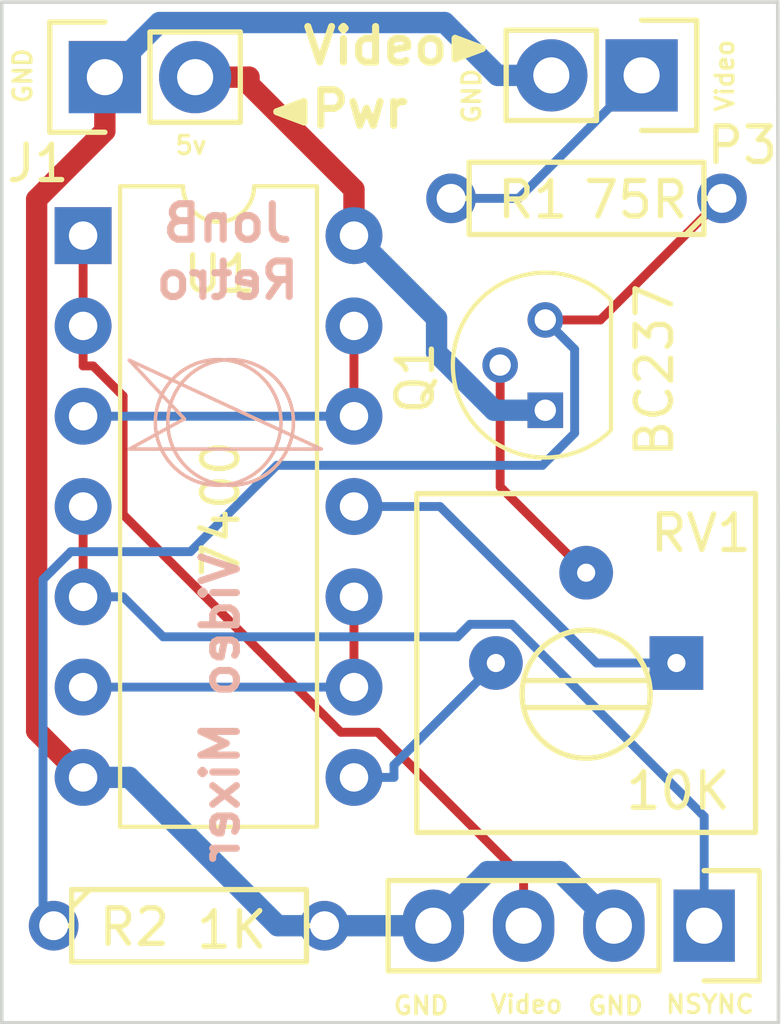
<source format=kicad_pcb>
(kicad_pcb (version 20171130) (host pcbnew "(5.0.0)")

  (general
    (thickness 1.6)
    (drawings 22)
    (tracks 65)
    (zones 0)
    (modules 8)
    (nets 12)
  )

  (page A4)
  (layers
    (0 F.Cu signal)
    (31 B.Cu signal)
    (32 B.Adhes user hide)
    (33 F.Adhes user hide)
    (34 B.Paste user hide)
    (35 F.Paste user hide)
    (36 B.SilkS user)
    (37 F.SilkS user)
    (38 B.Mask user hide)
    (39 F.Mask user hide)
    (40 Dwgs.User user hide)
    (41 Cmts.User user hide)
    (42 Eco1.User user hide)
    (43 Eco2.User user hide)
    (44 Edge.Cuts user)
    (45 Margin user hide)
    (46 B.CrtYd user hide)
    (47 F.CrtYd user)
    (48 B.Fab user hide)
    (49 F.Fab user hide)
  )

  (setup
    (last_trace_width 0.25)
    (trace_clearance 0.2)
    (zone_clearance 0.508)
    (zone_45_only no)
    (trace_min 0.2)
    (segment_width 0.1)
    (edge_width 0.1)
    (via_size 0.6)
    (via_drill 0.4)
    (via_min_size 0.4)
    (via_min_drill 0.3)
    (uvia_size 0.3)
    (uvia_drill 0.1)
    (uvias_allowed no)
    (uvia_min_size 0.2)
    (uvia_min_drill 0.1)
    (pcb_text_width 0.3)
    (pcb_text_size 1.5 1.5)
    (mod_edge_width 0.15)
    (mod_text_size 1 1)
    (mod_text_width 0.15)
    (pad_size 1.5 1.5)
    (pad_drill 0.6)
    (pad_to_mask_clearance 0)
    (aux_axis_origin 0 0)
    (visible_elements 7FFFFFFF)
    (pcbplotparams
      (layerselection 0x010f0_ffffffff)
      (usegerberextensions true)
      (usegerberattributes true)
      (usegerberadvancedattributes false)
      (creategerberjobfile false)
      (excludeedgelayer true)
      (linewidth 0.100000)
      (plotframeref false)
      (viasonmask false)
      (mode 1)
      (useauxorigin false)
      (hpglpennumber 1)
      (hpglpenspeed 20)
      (hpglpendiameter 15.000000)
      (psnegative false)
      (psa4output false)
      (plotreference true)
      (plotvalue true)
      (plotinvisibletext false)
      (padsonsilk false)
      (subtractmaskfromsilk true)
      (outputformat 1)
      (mirror false)
      (drillshape 0)
      (scaleselection 1)
      (outputdirectory "../Panels/ICE-Adapter-Video/Video Gerbers/"))
  )

  (net 0 "")
  (net 1 GND)
  (net 2 VCC)
  (net 3 /NSYNC)
  (net 4 /VIDEO)
  (net 5 "Net-(P3-Pad1)")
  (net 6 "Net-(Q1-Pad2)")
  (net 7 "Net-(Q1-Pad3)")
  (net 8 "Net-(RV1-Pad3)")
  (net 9 "Net-(RV1-Pad1)")
  (net 10 "Net-(U1-Pad10)")
  (net 11 "Net-(U1-Pad12)")

  (net_class Default "This is the default net class."
    (clearance 0.2)
    (trace_width 0.25)
    (via_dia 0.6)
    (via_drill 0.4)
    (uvia_dia 0.3)
    (uvia_drill 0.1)
    (add_net /NSYNC)
    (add_net /VIDEO)
    (add_net "Net-(P3-Pad1)")
    (add_net "Net-(Q1-Pad2)")
    (add_net "Net-(Q1-Pad3)")
    (add_net "Net-(RV1-Pad1)")
    (add_net "Net-(RV1-Pad3)")
    (add_net "Net-(U1-Pad10)")
    (add_net "Net-(U1-Pad12)")
  )

  (net_class HiPower ""
    (clearance 0.2)
    (trace_width 0.6)
    (via_dia 1)
    (via_drill 0.8)
    (uvia_dia 0.4)
    (uvia_drill 0.2)
    (add_net GND)
    (add_net VCC)
  )

  (net_class Power ""
    (clearance 0.2)
    (trace_width 0.4)
    (via_dia 0.8)
    (via_drill 0.4)
    (uvia_dia 0.4)
    (uvia_drill 0.2)
  )

  (module TO_SOT_Packages_THT:TO-92_Molded_Narrow (layer F.Cu) (tedit 58A0772D) (tstamp 58949CBD)
    (at 94.79 120.99 90)
    (descr "TO-92 leads molded, narrow, drill 0.6mm (see NXP sot054_po.pdf)")
    (tags "to-92 sc-43 sc-43a sot54 PA33 transistor")
    (path /58946E3B)
    (fp_text reference Q1 (at 0.91 -3.66 -90) (layer F.SilkS)
      (effects (font (size 1 1) (thickness 0.15)))
    )
    (fp_text value BC237 (at 1.13 3.07 90) (layer F.SilkS)
      (effects (font (size 1 1) (thickness 0.15)))
    )
    (fp_line (start -1.65 -2.9) (end 4.15 -2.9) (layer F.CrtYd) (width 0.05))
    (fp_line (start 4.15 -2.9) (end 4.15 2.2) (layer F.CrtYd) (width 0.05))
    (fp_line (start 4.15 2.2) (end -1.65 2.2) (layer F.CrtYd) (width 0.05))
    (fp_line (start -1.65 2.2) (end -1.65 -2.9) (layer F.CrtYd) (width 0.05))
    (fp_line (start -0.53 1.85) (end 3.07 1.85) (layer F.SilkS) (width 0.12))
    (fp_line (start -0.5 1.75) (end 3 1.75) (layer F.Fab) (width 0.1))
    (fp_arc (start 1.27 0) (end 1.27 -2.48) (angle 135) (layer F.Fab) (width 0.1))
    (fp_arc (start 1.27 0) (end 1.27 -2.6) (angle -135) (layer F.SilkS) (width 0.12))
    (fp_arc (start 1.27 0) (end 1.27 -2.48) (angle -135) (layer F.Fab) (width 0.1))
    (fp_arc (start 1.27 0) (end 1.27 -2.6) (angle 135) (layer F.SilkS) (width 0.12))
    (pad 2 thru_hole circle (at 1.27 -1.27 180) (size 1 1) (drill 0.6) (layers *.Cu *.Mask)
      (net 6 "Net-(Q1-Pad2)"))
    (pad 3 thru_hole circle (at 2.54 0 180) (size 1 1) (drill 0.6) (layers *.Cu *.Mask)
      (net 7 "Net-(Q1-Pad3)"))
    (pad 1 thru_hole rect (at 0 0 180) (size 1 1) (drill 0.6) (layers *.Cu *.Mask)
      (net 2 VCC))
    (model TO_SOT_Packages_THT.3dshapes/TO-92_Molded_Narrow.wrl
      (offset (xyz 1.269999980926514 0 0))
      (scale (xyz 1 1 1))
      (rotate (xyz 0 0 -90))
    )
  )

  (module Discret:R3 (layer F.Cu) (tedit 58A0776D) (tstamp 5BB13105)
    (at 95.95 115.03 180)
    (descr "Resitance 3 pas")
    (tags R)
    (path /58946FC4)
    (fp_text reference R1 (at 1.51 -0.04 180) (layer F.SilkS)
      (effects (font (size 1 1) (thickness 0.15)))
    )
    (fp_text value 75R (at -1.39 -0.04 180) (layer F.SilkS)
      (effects (font (size 1 1) (thickness 0.15)))
    )
    (fp_line (start -3.81 0) (end -3.302 0) (layer F.SilkS) (width 0.15))
    (fp_line (start 3.81 0) (end 3.302 0) (layer F.SilkS) (width 0.15))
    (fp_line (start 3.302 0) (end 3.302 -1.016) (layer F.SilkS) (width 0.15))
    (fp_line (start 3.302 -1.016) (end -3.302 -1.016) (layer F.SilkS) (width 0.15))
    (fp_line (start -3.302 -1.016) (end -3.302 1.016) (layer F.SilkS) (width 0.15))
    (fp_line (start -3.302 1.016) (end 3.302 1.016) (layer F.SilkS) (width 0.15))
    (fp_line (start 3.302 1.016) (end 3.302 0) (layer F.SilkS) (width 0.15))
    (fp_line (start -3.302 -0.508) (end -2.794 -1.016) (layer F.SilkS) (width 0.15))
    (pad 1 thru_hole circle (at -3.81 0 180) (size 1.397 1.397) (drill 0.8128) (layers *.Cu *.Mask)
      (net 7 "Net-(Q1-Pad3)"))
    (pad 2 thru_hole circle (at 3.81 0 180) (size 1.397 1.397) (drill 0.8128) (layers *.Cu *.Mask)
      (net 5 "Net-(P3-Pad1)"))
    (model Discret.3dshapes/R3.wrl
      (at (xyz 0 0 0))
      (scale (xyz 0.3 0.3 0.3))
      (rotate (xyz 0 0 0))
    )
  )

  (module Discret:R3 (layer F.Cu) (tedit 58A07766) (tstamp 58949CD9)
    (at 84.77 135.49)
    (descr "Resitance 3 pas")
    (tags R)
    (path /58946F99)
    (fp_text reference R2 (at -1.54 0.04) (layer F.SilkS)
      (effects (font (size 1 1) (thickness 0.15)))
    )
    (fp_text value 1K (at 1.2 0.12) (layer F.SilkS)
      (effects (font (size 1 1) (thickness 0.15)))
    )
    (fp_line (start -3.81 0) (end -3.302 0) (layer F.SilkS) (width 0.15))
    (fp_line (start 3.81 0) (end 3.302 0) (layer F.SilkS) (width 0.15))
    (fp_line (start 3.302 0) (end 3.302 -1.016) (layer F.SilkS) (width 0.15))
    (fp_line (start 3.302 -1.016) (end -3.302 -1.016) (layer F.SilkS) (width 0.15))
    (fp_line (start -3.302 -1.016) (end -3.302 1.016) (layer F.SilkS) (width 0.15))
    (fp_line (start -3.302 1.016) (end 3.302 1.016) (layer F.SilkS) (width 0.15))
    (fp_line (start 3.302 1.016) (end 3.302 0) (layer F.SilkS) (width 0.15))
    (fp_line (start -3.302 -0.508) (end -2.794 -1.016) (layer F.SilkS) (width 0.15))
    (pad 1 thru_hole circle (at -3.81 0) (size 1.397 1.397) (drill 0.8128) (layers *.Cu *.Mask)
      (net 7 "Net-(Q1-Pad3)"))
    (pad 2 thru_hole circle (at 3.81 0) (size 1.397 1.397) (drill 0.8128) (layers *.Cu *.Mask)
      (net 1 GND))
    (model Discret.3dshapes/R3.wrl
      (at (xyz 0 0 0))
      (scale (xyz 0.3 0.3 0.3))
      (rotate (xyz 0 0 0))
    )
  )

  (module Housings_DIP:DIP-14_W7.62mm (layer F.Cu) (tedit 58A07747) (tstamp 58949D15)
    (at 81.788 116.078)
    (descr "14-lead dip package, row spacing 7.62 mm (300 mils)")
    (tags "DIL DIP PDIP 2.54mm 7.62mm 300mil")
    (path /589467A0)
    (fp_text reference U1 (at 3.842 1.082) (layer F.SilkS)
      (effects (font (size 1 1) (thickness 0.15)))
    )
    (fp_text value 7400 (at 3.872 7.692 90) (layer F.SilkS)
      (effects (font (size 1 1) (thickness 0.15)))
    )
    (fp_arc (start 3.81 -1.39) (end 2.81 -1.39) (angle -180) (layer F.SilkS) (width 0.12))
    (fp_line (start 1.635 -1.27) (end 6.985 -1.27) (layer F.Fab) (width 0.1))
    (fp_line (start 6.985 -1.27) (end 6.985 16.51) (layer F.Fab) (width 0.1))
    (fp_line (start 6.985 16.51) (end 0.635 16.51) (layer F.Fab) (width 0.1))
    (fp_line (start 0.635 16.51) (end 0.635 -0.27) (layer F.Fab) (width 0.1))
    (fp_line (start 0.635 -0.27) (end 1.635 -1.27) (layer F.Fab) (width 0.1))
    (fp_line (start 2.81 -1.39) (end 1.04 -1.39) (layer F.SilkS) (width 0.12))
    (fp_line (start 1.04 -1.39) (end 1.04 16.63) (layer F.SilkS) (width 0.12))
    (fp_line (start 1.04 16.63) (end 6.58 16.63) (layer F.SilkS) (width 0.12))
    (fp_line (start 6.58 16.63) (end 6.58 -1.39) (layer F.SilkS) (width 0.12))
    (fp_line (start 6.58 -1.39) (end 4.81 -1.39) (layer F.SilkS) (width 0.12))
    (fp_line (start -1.1 -1.6) (end -1.1 16.8) (layer F.CrtYd) (width 0.05))
    (fp_line (start -1.1 16.8) (end 8.7 16.8) (layer F.CrtYd) (width 0.05))
    (fp_line (start 8.7 16.8) (end 8.7 -1.6) (layer F.CrtYd) (width 0.05))
    (fp_line (start 8.7 -1.6) (end -1.1 -1.6) (layer F.CrtYd) (width 0.05))
    (pad 1 thru_hole rect (at 0 0) (size 1.6 1.6) (drill 0.8) (layers *.Cu *.Mask)
      (net 4 /VIDEO))
    (pad 8 thru_hole oval (at 7.62 15.24) (size 1.6 1.6) (drill 0.8) (layers *.Cu *.Mask)
      (net 8 "Net-(RV1-Pad3)"))
    (pad 2 thru_hole oval (at 0 2.54) (size 1.6 1.6) (drill 0.8) (layers *.Cu *.Mask)
      (net 4 /VIDEO))
    (pad 9 thru_hole oval (at 7.62 12.7) (size 1.6 1.6) (drill 0.8) (layers *.Cu *.Mask)
      (net 10 "Net-(U1-Pad10)"))
    (pad 3 thru_hole oval (at 0 5.08) (size 1.6 1.6) (drill 0.8) (layers *.Cu *.Mask)
      (net 11 "Net-(U1-Pad12)"))
    (pad 10 thru_hole oval (at 7.62 10.16) (size 1.6 1.6) (drill 0.8) (layers *.Cu *.Mask)
      (net 10 "Net-(U1-Pad10)"))
    (pad 4 thru_hole oval (at 0 7.62) (size 1.6 1.6) (drill 0.8) (layers *.Cu *.Mask)
      (net 3 /NSYNC))
    (pad 11 thru_hole oval (at 7.62 7.62) (size 1.6 1.6) (drill 0.8) (layers *.Cu *.Mask)
      (net 9 "Net-(RV1-Pad1)"))
    (pad 5 thru_hole oval (at 0 10.16) (size 1.6 1.6) (drill 0.8) (layers *.Cu *.Mask)
      (net 3 /NSYNC))
    (pad 12 thru_hole oval (at 7.62 5.08) (size 1.6 1.6) (drill 0.8) (layers *.Cu *.Mask)
      (net 11 "Net-(U1-Pad12)"))
    (pad 6 thru_hole oval (at 0 12.7) (size 1.6 1.6) (drill 0.8) (layers *.Cu *.Mask)
      (net 10 "Net-(U1-Pad10)"))
    (pad 13 thru_hole oval (at 7.62 2.54) (size 1.6 1.6) (drill 0.8) (layers *.Cu *.Mask)
      (net 11 "Net-(U1-Pad12)"))
    (pad 7 thru_hole oval (at 0 15.24) (size 1.6 1.6) (drill 0.8) (layers *.Cu *.Mask)
      (net 1 GND))
    (pad 14 thru_hole oval (at 7.62 0) (size 1.6 1.6) (drill 0.8) (layers *.Cu *.Mask)
      (net 2 VCC))
    (model Housings_DIP.3dshapes/DIP-14_W7.62mm.wrl
      (at (xyz 0 0 0))
      (scale (xyz 1 1 1))
      (rotate (xyz 0 0 0))
    )
  )

  (module Potentiometers:Potentiometer_Trimmer-Suntan-TSR-3386P (layer F.Cu) (tedit 58A076C8) (tstamp 58949FF5)
    (at 98.48 128.1 180)
    (path /58946D18)
    (fp_text reference RV1 (at -0.69 3.65 180) (layer F.SilkS)
      (effects (font (size 1 1) (thickness 0.15)))
    )
    (fp_text value 10K (at -0.05 -3.6 180) (layer F.SilkS)
      (effects (font (size 1 1) (thickness 0.15)))
    )
    (fp_line (start 0.84 -1.255) (end 4.24 -1.255) (layer F.SilkS) (width 0.15))
    (fp_line (start 0.84 -0.495) (end 4.24 -0.495) (layer F.SilkS) (width 0.15))
    (fp_line (start -2.225 -4.765) (end 7.305 -4.765) (layer F.SilkS) (width 0.15))
    (fp_line (start 7.305 -4.765) (end 7.305 4.765) (layer F.SilkS) (width 0.15))
    (fp_line (start 7.305 4.765) (end -2.225 4.765) (layer F.SilkS) (width 0.15))
    (fp_line (start -2.225 4.765) (end -2.225 -4.765) (layer F.SilkS) (width 0.15))
    (fp_circle (center 2.54 -0.875) (end 4.115 0) (layer F.SilkS) (width 0.15))
    (pad 3 thru_hole circle (at 5.08 0 180) (size 1.51 1.51) (drill 0.51) (layers *.Cu *.Mask)
      (net 8 "Net-(RV1-Pad3)"))
    (pad 1 thru_hole rect (at 0 0 180) (size 1.51 1.51) (drill 0.51) (layers *.Cu *.Mask)
      (net 9 "Net-(RV1-Pad1)"))
    (pad 2 thru_hole circle (at 2.54 2.54 180) (size 1.51 1.51) (drill 0.51) (layers *.Cu *.Mask)
      (net 6 "Net-(Q1-Pad2)"))
  )

  (module Pin_Headers:Pin_Header_Straight_1x02 (layer F.Cu) (tedit 54EA090C) (tstamp 5BB127A4)
    (at 82.4 111.62 90)
    (descr "Through hole pin header")
    (tags "pin header")
    (path /5BAE8182)
    (fp_text reference J1 (at -2.426 -1.882 180) (layer F.SilkS)
      (effects (font (size 1 1) (thickness 0.15)))
    )
    (fp_text value Conn_01x02 (at 0 -3.1 90) (layer F.Fab)
      (effects (font (size 1 1) (thickness 0.15)))
    )
    (fp_line (start -1.27 3.81) (end 1.27 3.81) (layer F.SilkS) (width 0.15))
    (fp_line (start -1.27 1.27) (end -1.27 3.81) (layer F.SilkS) (width 0.15))
    (fp_line (start -1.55 -1.55) (end 1.55 -1.55) (layer F.SilkS) (width 0.15))
    (fp_line (start -1.55 0) (end -1.55 -1.55) (layer F.SilkS) (width 0.15))
    (fp_line (start 1.27 1.27) (end -1.27 1.27) (layer F.SilkS) (width 0.15))
    (fp_line (start -1.75 4.3) (end 1.75 4.3) (layer F.CrtYd) (width 0.05))
    (fp_line (start -1.75 -1.75) (end 1.75 -1.75) (layer F.CrtYd) (width 0.05))
    (fp_line (start 1.75 -1.75) (end 1.75 4.3) (layer F.CrtYd) (width 0.05))
    (fp_line (start -1.75 -1.75) (end -1.75 4.3) (layer F.CrtYd) (width 0.05))
    (fp_line (start 1.55 -1.55) (end 1.55 0) (layer F.SilkS) (width 0.15))
    (fp_line (start 1.27 1.27) (end 1.27 3.81) (layer F.SilkS) (width 0.15))
    (pad 2 thru_hole oval (at 0 2.54 90) (size 2.032 2.032) (drill 1.016) (layers *.Cu *.Mask)
      (net 2 VCC))
    (pad 1 thru_hole rect (at 0 0 90) (size 2.032 2.032) (drill 1.016) (layers *.Cu *.Mask)
      (net 1 GND))
    (model Pin_Headers.3dshapes/Pin_Header_Straight_1x02.wrl
      (offset (xyz 0 -1.269999980926514 0))
      (scale (xyz 1 1 1))
      (rotate (xyz 0 0 90))
    )
  )

  (module Pin_Headers:Pin_Header_Straight_1x04 (layer F.Cu) (tedit 5BADDDD5) (tstamp 5BB12770)
    (at 99.26 135.49 270)
    (descr "Through hole pin header")
    (tags "pin header")
    (path /5BAE8282)
    (fp_text reference J2 (at -1.24 -2.8) (layer Dwgs.User)
      (effects (font (size 1 1) (thickness 0.15)))
    )
    (fp_text value Conn_01x04 (at 0 -3.1 270) (layer F.Fab)
      (effects (font (size 1 1) (thickness 0.15)))
    )
    (fp_line (start -1.75 -1.75) (end -1.75 9.4) (layer F.CrtYd) (width 0.05))
    (fp_line (start 1.75 -1.75) (end 1.75 9.4) (layer F.CrtYd) (width 0.05))
    (fp_line (start -1.75 -1.75) (end 1.75 -1.75) (layer F.CrtYd) (width 0.05))
    (fp_line (start -1.75 9.4) (end 1.75 9.4) (layer F.CrtYd) (width 0.05))
    (fp_line (start -1.27 1.27) (end -1.27 8.89) (layer F.SilkS) (width 0.15))
    (fp_line (start 1.27 1.27) (end 1.27 8.89) (layer F.SilkS) (width 0.15))
    (fp_line (start 1.55 -1.55) (end 1.55 0) (layer F.SilkS) (width 0.15))
    (fp_line (start -1.27 8.89) (end 1.27 8.89) (layer F.SilkS) (width 0.15))
    (fp_line (start 1.27 1.27) (end -1.27 1.27) (layer F.SilkS) (width 0.15))
    (fp_line (start -1.55 0) (end -1.55 -1.55) (layer F.SilkS) (width 0.15))
    (fp_line (start -1.55 -1.55) (end 1.55 -1.55) (layer F.SilkS) (width 0.15))
    (pad 1 thru_hole rect (at 0 0 270) (size 2.032 1.7272) (drill 1.016) (layers *.Cu *.Mask)
      (net 3 /NSYNC))
    (pad 2 thru_hole oval (at 0 2.54 270) (size 2.032 1.7272) (drill 1.016) (layers *.Cu *.Mask)
      (net 1 GND))
    (pad 3 thru_hole oval (at 0 5.08 270) (size 2.032 1.7272) (drill 1.016) (layers *.Cu *.Mask)
      (net 4 /VIDEO))
    (pad 4 thru_hole oval (at 0 7.62 270) (size 2.032 1.7272) (drill 1.016) (layers *.Cu *.Mask)
      (net 1 GND))
    (model Pin_Headers.3dshapes/Pin_Header_Straight_1x04.wrl
      (offset (xyz 0 -3.809999942779541 0))
      (scale (xyz 1 1 1))
      (rotate (xyz 0 0 90))
    )
  )

  (module Pin_Headers:Pin_Header_Straight_1x02 (layer F.Cu) (tedit 54EA090C) (tstamp 5BB126E8)
    (at 97.5 111.57 270)
    (descr "Through hole pin header")
    (tags "pin header")
    (path /58947B2D)
    (fp_text reference P3 (at 1.968 -2.83) (layer F.SilkS)
      (effects (font (size 1 1) (thickness 0.15)))
    )
    (fp_text value "Composite Video" (at 0 -3.1 270) (layer F.Fab)
      (effects (font (size 1 1) (thickness 0.15)))
    )
    (fp_line (start 1.27 1.27) (end 1.27 3.81) (layer F.SilkS) (width 0.15))
    (fp_line (start 1.55 -1.55) (end 1.55 0) (layer F.SilkS) (width 0.15))
    (fp_line (start -1.75 -1.75) (end -1.75 4.3) (layer F.CrtYd) (width 0.05))
    (fp_line (start 1.75 -1.75) (end 1.75 4.3) (layer F.CrtYd) (width 0.05))
    (fp_line (start -1.75 -1.75) (end 1.75 -1.75) (layer F.CrtYd) (width 0.05))
    (fp_line (start -1.75 4.3) (end 1.75 4.3) (layer F.CrtYd) (width 0.05))
    (fp_line (start 1.27 1.27) (end -1.27 1.27) (layer F.SilkS) (width 0.15))
    (fp_line (start -1.55 0) (end -1.55 -1.55) (layer F.SilkS) (width 0.15))
    (fp_line (start -1.55 -1.55) (end 1.55 -1.55) (layer F.SilkS) (width 0.15))
    (fp_line (start -1.27 1.27) (end -1.27 3.81) (layer F.SilkS) (width 0.15))
    (fp_line (start -1.27 3.81) (end 1.27 3.81) (layer F.SilkS) (width 0.15))
    (pad 1 thru_hole rect (at 0 0 270) (size 2.032 2.032) (drill 1.016) (layers *.Cu *.Mask)
      (net 5 "Net-(P3-Pad1)"))
    (pad 2 thru_hole oval (at 0 2.54 270) (size 2.032 2.032) (drill 1.016) (layers *.Cu *.Mask)
      (net 1 GND))
    (model Pin_Headers.3dshapes/Pin_Header_Straight_1x02.wrl
      (offset (xyz 0 -1.269999980926514 0))
      (scale (xyz 1 1 1))
      (rotate (xyz 0 0 90))
    )
  )

  (gr_text Video► (at 87.884 110.744) (layer F.SilkS) (tstamp 5BADEBF3)
    (effects (font (size 1 1) (thickness 0.2)) (justify left))
  )
  (gr_text GND (at 90.47 137.74) (layer F.SilkS)
    (effects (font (size 0.5 0.5) (thickness 0.1)) (justify left))
  )
  (gr_text NSYNC (at 98.13 137.7) (layer F.SilkS) (tstamp 5BB12C38)
    (effects (font (size 0.5 0.5) (thickness 0.1)) (justify left))
  )
  (gr_text Video (at 93.2 137.7) (layer F.SilkS) (tstamp 5BB12C33)
    (effects (font (size 0.5 0.5) (thickness 0.1)) (justify left))
  )
  (gr_text GND (at 95.94 137.74) (layer F.SilkS) (tstamp 5BB12C30)
    (effects (font (size 0.5 0.5) (thickness 0.1)) (justify left))
  )
  (gr_text "JonB\nRetro" (at 85.848 116.532624) (layer B.SilkS)
    (effects (font (size 1 1) (thickness 0.2)) (justify mirror))
  )
  (gr_line (start 84.638 121.232624) (end 83.088 119.582624) (angle 90) (layer B.SilkS) (width 0.1))
  (gr_line (start 83.088 122.082624) (end 84.638 121.232624) (angle 90) (layer B.SilkS) (width 0.1))
  (gr_line (start 83.088 119.582624) (end 88.488 122.082624) (angle 90) (layer B.SilkS) (width 0.1))
  (gr_line (start 83.088 122.082624) (end 88.488 122.082624) (angle 90) (layer B.SilkS) (width 0.1))
  (gr_circle (center 85.938 121.332624) (end 87.188 120.082624) (layer B.SilkS) (width 0.1) (tstamp 58A07AD6))
  (gr_circle (center 85.588 121.332624) (end 86.838 120.082624) (layer B.SilkS) (width 0.1))
  (gr_text ◄Pwr (at 86.868 112.522) (layer F.SilkS)
    (effects (font (size 1 1) (thickness 0.2)) (justify left))
  )
  (gr_text Video (at 99.84 112.64 90) (layer F.SilkS)
    (effects (font (size 0.5 0.5) (thickness 0.1)) (justify left))
  )
  (gr_text GND (at 92.72 112.98 90) (layer F.SilkS)
    (effects (font (size 0.5 0.5) (thickness 0.1)) (justify left))
  )
  (gr_text 5v (at 84.328 113.538) (layer F.SilkS)
    (effects (font (size 0.5 0.5) (thickness 0.1)) (justify left))
  )
  (gr_text GND (at 80.09 112.41 90) (layer F.SilkS)
    (effects (font (size 0.5 0.5) (thickness 0.1)) (justify left))
  )
  (gr_text "Video Mixer\n" (at 85.648 133.822624 90) (layer B.SilkS)
    (effects (font (size 1 1) (thickness 0.2)) (justify right mirror))
  )
  (gr_line (start 79.5 138.22) (end 79.5 109.51) (angle 90) (layer Edge.Cuts) (width 0.1))
  (gr_line (start 101.35 138.22) (end 79.5 138.22) (angle 90) (layer Edge.Cuts) (width 0.1) (tstamp 5BADE924))
  (gr_line (start 101.33 109.5) (end 101.35 138.22) (angle 90) (layer Edge.Cuts) (width 0.1))
  (gr_line (start 79.5 109.51) (end 101.33 109.51) (angle 90) (layer Edge.Cuts) (width 0.1))

  (segment (start 81.788 131.318) (end 83.0883 131.318) (width 0.6) (layer B.Cu) (net 1))
  (segment (start 83.0883 131.318) (end 87.2603 135.49) (width 0.6) (layer B.Cu) (net 1))
  (segment (start 87.2603 135.49) (end 88.58 135.49) (width 0.6) (layer B.Cu) (net 1))
  (segment (start 82.4 111.62) (end 82.4 113.1363) (width 0.6) (layer F.Cu) (net 1))
  (segment (start 82.4 113.1363) (end 80.4811 115.0552) (width 0.6) (layer F.Cu) (net 1))
  (segment (start 80.4811 115.0552) (end 80.4811 130.0111) (width 0.6) (layer F.Cu) (net 1))
  (segment (start 80.4811 130.0111) (end 81.788 131.318) (width 0.6) (layer F.Cu) (net 1))
  (segment (start 94.96 111.57) (end 93.4437 111.57) (width 0.6) (layer B.Cu) (net 1))
  (segment (start 93.4437 111.57) (end 91.9581 110.0844) (width 0.6) (layer B.Cu) (net 1))
  (segment (start 91.9581 110.0844) (end 83.9356 110.0844) (width 0.6) (layer B.Cu) (net 1))
  (segment (start 83.9356 110.0844) (end 82.4 111.62) (width 0.6) (layer B.Cu) (net 1))
  (segment (start 88.58 135.49) (end 91.64 135.49) (width 0.6) (layer B.Cu) (net 1))
  (segment (start 91.64 135.49) (end 93.161 133.969) (width 0.6) (layer B.Cu) (net 1))
  (segment (start 93.161 133.969) (end 95.199 133.969) (width 0.6) (layer B.Cu) (net 1))
  (segment (start 95.199 133.969) (end 96.72 135.49) (width 0.6) (layer B.Cu) (net 1))
  (segment (start 89.408 116.078) (end 91.7316 118.4016) (width 0.6) (layer B.Cu) (net 2))
  (segment (start 91.7316 118.4016) (end 91.7316 119.3714) (width 0.6) (layer B.Cu) (net 2))
  (segment (start 91.7316 119.3714) (end 93.3502 120.99) (width 0.6) (layer B.Cu) (net 2))
  (segment (start 93.3502 120.99) (end 94.79 120.99) (width 0.6) (layer B.Cu) (net 2))
  (segment (start 89.408 116.078) (end 89.408 114.7777) (width 0.6) (layer F.Cu) (net 2))
  (segment (start 84.94 111.62) (end 86.4563 111.62) (width 0.6) (layer F.Cu) (net 2))
  (segment (start 86.4563 111.62) (end 86.4563 111.826) (width 0.6) (layer F.Cu) (net 2))
  (segment (start 86.4563 111.826) (end 89.408 114.7777) (width 0.6) (layer F.Cu) (net 2))
  (segment (start 81.788 126.238) (end 82.9133 126.238) (width 0.25) (layer B.Cu) (net 3))
  (segment (start 99.26 135.49) (end 99.26 132.4144) (width 0.25) (layer B.Cu) (net 3))
  (segment (start 99.26 132.4144) (end 93.8578 127.0122) (width 0.25) (layer B.Cu) (net 3))
  (segment (start 93.8578 127.0122) (end 92.6708 127.0122) (width 0.25) (layer B.Cu) (net 3))
  (segment (start 92.6708 127.0122) (end 92.3197 127.3633) (width 0.25) (layer B.Cu) (net 3))
  (segment (start 92.3197 127.3633) (end 84.0386 127.3633) (width 0.25) (layer B.Cu) (net 3))
  (segment (start 84.0386 127.3633) (end 82.9133 126.238) (width 0.25) (layer B.Cu) (net 3))
  (segment (start 81.788 126.238) (end 81.788 123.698) (width 0.25) (layer F.Cu) (net 3))
  (segment (start 81.788 118.618) (end 81.788 119.7433) (width 0.25) (layer F.Cu) (net 4))
  (segment (start 94.18 135.49) (end 94.18 134.1487) (width 0.25) (layer F.Cu) (net 4))
  (segment (start 94.18 134.1487) (end 90.0793 130.048) (width 0.25) (layer F.Cu) (net 4))
  (segment (start 90.0793 130.048) (end 89.0386 130.048) (width 0.25) (layer F.Cu) (net 4))
  (segment (start 89.0386 130.048) (end 82.9133 123.9227) (width 0.25) (layer F.Cu) (net 4))
  (segment (start 82.9133 123.9227) (end 82.9133 120.5872) (width 0.25) (layer F.Cu) (net 4))
  (segment (start 82.9133 120.5872) (end 82.0694 119.7433) (width 0.25) (layer F.Cu) (net 4))
  (segment (start 82.0694 119.7433) (end 81.788 119.7433) (width 0.25) (layer F.Cu) (net 4))
  (segment (start 81.788 118.618) (end 81.788 116.078) (width 0.25) (layer F.Cu) (net 4))
  (segment (start 97.5 111.57) (end 94.04 115.03) (width 0.25) (layer B.Cu) (net 5))
  (segment (start 94.04 115.03) (end 92.14 115.03) (width 0.25) (layer B.Cu) (net 5))
  (segment (start 95.94 125.56) (end 93.52 123.14) (width 0.25) (layer F.Cu) (net 6))
  (segment (start 93.52 123.14) (end 93.52 119.72) (width 0.25) (layer F.Cu) (net 6))
  (segment (start 99.76 115.03) (end 96.34 118.45) (width 0.25) (layer F.Cu) (net 7))
  (segment (start 96.34 118.45) (end 94.79 118.45) (width 0.25) (layer F.Cu) (net 7))
  (segment (start 80.96 135.49) (end 80.6605 135.1905) (width 0.25) (layer B.Cu) (net 7))
  (segment (start 80.6605 135.1905) (end 80.6605 125.75) (width 0.25) (layer B.Cu) (net 7))
  (segment (start 80.6605 125.75) (end 81.4425 124.968) (width 0.25) (layer B.Cu) (net 7))
  (segment (start 81.4425 124.968) (end 84.8085 124.968) (width 0.25) (layer B.Cu) (net 7))
  (segment (start 84.8085 124.968) (end 87.2368 122.5397) (width 0.25) (layer B.Cu) (net 7))
  (segment (start 87.2368 122.5397) (end 94.7106 122.5397) (width 0.25) (layer B.Cu) (net 7))
  (segment (start 94.7106 122.5397) (end 95.6154 121.6349) (width 0.25) (layer B.Cu) (net 7))
  (segment (start 95.6154 121.6349) (end 95.6154 119.2754) (width 0.25) (layer B.Cu) (net 7))
  (segment (start 95.6154 119.2754) (end 94.79 118.45) (width 0.25) (layer B.Cu) (net 7))
  (segment (start 89.408 131.318) (end 90.5333 131.318) (width 0.25) (layer B.Cu) (net 8))
  (segment (start 93.4 128.1) (end 90.5333 130.9667) (width 0.25) (layer B.Cu) (net 8))
  (segment (start 90.5333 130.9667) (end 90.5333 131.318) (width 0.25) (layer B.Cu) (net 8))
  (segment (start 98.48 128.1) (end 96.2292 128.1) (width 0.25) (layer B.Cu) (net 9))
  (segment (start 96.2292 128.1) (end 91.8272 123.698) (width 0.25) (layer B.Cu) (net 9))
  (segment (start 91.8272 123.698) (end 89.408 123.698) (width 0.25) (layer B.Cu) (net 9))
  (segment (start 89.408 126.238) (end 89.408 128.778) (width 0.25) (layer F.Cu) (net 10))
  (segment (start 81.788 128.778) (end 89.408 128.778) (width 0.25) (layer B.Cu) (net 10))
  (segment (start 89.408 121.158) (end 81.788 121.158) (width 0.25) (layer B.Cu) (net 11))
  (segment (start 89.408 118.618) (end 89.408 121.158) (width 0.25) (layer F.Cu) (net 11))

)

</source>
